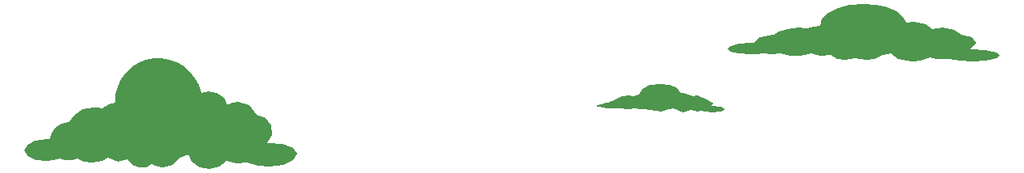
<source format=gto>
%TF.GenerationSoftware,KiCad,Pcbnew,(6.0.4-0)*%
%TF.CreationDate,2022-05-11T16:30:09-04:00*%
%TF.ProjectId,sky_base,736b795f-6261-4736-952e-6b696361645f,v02*%
%TF.SameCoordinates,Original*%
%TF.FileFunction,Legend,Top*%
%TF.FilePolarity,Positive*%
%FSLAX46Y46*%
G04 Gerber Fmt 4.6, Leading zero omitted, Abs format (unit mm)*
G04 Created by KiCad (PCBNEW (6.0.4-0)) date 2022-05-11 16:30:09*
%MOMM*%
%LPD*%
G01*
G04 APERTURE LIST*
G04 APERTURE END LIST*
%TO.C,svg2mod*%
G36*
X156369219Y-84839350D02*
G01*
X157121135Y-85186281D01*
X157498352Y-85684012D01*
X157877662Y-85642612D01*
X158793332Y-86024872D01*
X159291172Y-85950872D01*
X160224622Y-86315362D01*
X160965462Y-86733192D01*
X160669122Y-87062122D01*
X160752122Y-87062122D01*
X161716317Y-87152121D01*
X162118077Y-87373192D01*
X161714855Y-87594608D01*
X160740282Y-87687212D01*
X159626072Y-87556822D01*
X159279362Y-87580522D01*
X158639282Y-87488722D01*
X157768062Y-87687272D01*
X156733862Y-87284252D01*
X156324922Y-87370152D01*
X155495192Y-87595372D01*
X154952892Y-87512372D01*
X153740892Y-87352372D01*
X153346772Y-87405672D01*
X152780772Y-87284172D01*
X152008823Y-87405680D01*
X151236882Y-87284172D01*
X150869422Y-87322672D01*
X150421962Y-87263372D01*
X149755212Y-87322672D01*
X148641002Y-87026342D01*
X149755212Y-86730002D01*
X149930042Y-86730002D01*
X150869422Y-86306252D01*
X150922722Y-86306252D01*
X151380182Y-86045098D01*
X152155462Y-85941752D01*
X152588122Y-85971452D01*
X153213382Y-85846992D01*
X153507848Y-85272767D01*
X154281056Y-84864484D01*
X155367722Y-84709072D01*
X156369219Y-84839350D01*
G37*
G36*
X162118222Y-87373272D02*
G01*
X162118077Y-87373192D01*
X162118242Y-87373102D01*
X162118222Y-87373272D01*
G37*
G36*
X177890728Y-76453900D02*
G01*
X179051855Y-76727783D01*
X180005170Y-77149311D01*
X180694063Y-77689894D01*
X181061922Y-78320942D01*
X181859052Y-78235042D01*
X183096614Y-78454695D01*
X183785222Y-79005502D01*
X184837202Y-78857332D01*
X186070321Y-79060320D01*
X186798922Y-79592242D01*
X187904993Y-79857857D01*
X188357642Y-80436792D01*
X187738302Y-81097612D01*
X187913152Y-81097612D01*
X189370229Y-81191803D01*
X190409152Y-81420301D01*
X190805232Y-81737588D01*
X190408765Y-82057350D01*
X189367539Y-82284977D01*
X187904202Y-82371682D01*
X186720350Y-82318952D01*
X185554272Y-82107942D01*
X184828262Y-82158342D01*
X184145640Y-82115770D01*
X183476982Y-81971662D01*
X182586973Y-82289155D01*
X181645642Y-82371702D01*
X180154713Y-82135378D01*
X179470552Y-81556792D01*
X178605262Y-81731622D01*
X178584562Y-81731622D01*
X177742483Y-82088667D01*
X176833242Y-82187982D01*
X175692362Y-82022042D01*
X174684832Y-82187982D01*
X173866521Y-82087503D01*
X173140932Y-81696062D01*
X172101004Y-81789053D01*
X171128832Y-81556792D01*
X170052799Y-81776699D01*
X168960005Y-81776699D01*
X167883972Y-81556792D01*
X167107582Y-81633892D01*
X166165242Y-81515362D01*
X165467128Y-81606693D01*
X164763592Y-81633892D01*
X163580339Y-81552675D01*
X162739515Y-81339756D01*
X162419582Y-81041232D01*
X162739515Y-80742701D01*
X163580339Y-80529779D01*
X164763592Y-80448562D01*
X165128082Y-80448562D01*
X165797788Y-79838111D01*
X167107582Y-79592152D01*
X167223152Y-79592152D01*
X167771481Y-79213289D01*
X168672116Y-78953615D01*
X169813112Y-78857252D01*
X170722852Y-78919552D01*
X171375384Y-78750137D01*
X172044492Y-78667662D01*
X172044492Y-78649862D01*
X172275633Y-77925436D01*
X172919271Y-77295884D01*
X173900729Y-76799185D01*
X175145332Y-76473315D01*
X176578402Y-76356252D01*
X177890728Y-76453900D01*
G37*
G36*
X190805362Y-81737692D02*
G01*
X190805232Y-81737588D01*
X190805302Y-81737532D01*
X190805362Y-81737692D01*
G37*
G36*
X104232102Y-82174452D02*
G01*
X105020567Y-82464740D01*
X105741877Y-82895619D01*
X106371229Y-83452271D01*
X106886980Y-84115555D01*
X107271396Y-84862662D01*
X107511258Y-85667902D01*
X108348446Y-85468504D01*
X109191130Y-85643221D01*
X109880032Y-86159028D01*
X110284938Y-86918432D01*
X110781632Y-86679245D01*
X111325068Y-86586542D01*
X112560132Y-86943299D01*
X113337171Y-87967442D01*
X114270457Y-88285763D01*
X114861853Y-89074814D01*
X114905495Y-90059926D01*
X114386191Y-90898182D01*
X114561028Y-90898182D01*
X116030622Y-91014222D01*
X117087983Y-91423259D01*
X117506581Y-92039072D01*
X117506579Y-92039082D01*
X117134187Y-92681246D01*
X116109861Y-93167998D01*
X114652889Y-93393322D01*
X113440158Y-93327118D01*
X112282222Y-92960672D01*
X111225328Y-93076821D01*
X110207889Y-92768062D01*
X109401501Y-93395000D01*
X108406182Y-93624462D01*
X107338944Y-93446075D01*
X106543673Y-92900952D01*
X106171829Y-92098352D01*
X105312462Y-92483582D01*
X105291722Y-92483582D01*
X104549899Y-93175734D01*
X103572988Y-93449632D01*
X102976888Y-93383768D01*
X102423215Y-93153292D01*
X101752474Y-93477427D01*
X101007564Y-93485583D01*
X100329886Y-93176213D01*
X99848078Y-92608042D01*
X98800005Y-92847492D01*
X97818195Y-92409492D01*
X97184412Y-92784725D01*
X96215031Y-92957712D01*
X95237872Y-92857711D01*
X94576308Y-92530992D01*
X94199926Y-92659973D01*
X93805842Y-92714722D01*
X93318278Y-92672691D01*
X92854611Y-92516172D01*
X92172699Y-92725258D01*
X91464808Y-92812502D01*
X90274646Y-92695939D01*
X89420986Y-92306761D01*
X89094142Y-91727932D01*
X89402438Y-91125606D01*
X90221086Y-90674742D01*
X91390726Y-90471482D01*
X91755215Y-90471482D01*
X91960744Y-89797124D01*
X92387761Y-89236182D01*
X92983066Y-88858541D01*
X93672491Y-88711252D01*
X93788062Y-88711252D01*
X94304670Y-87940018D01*
X95186755Y-87393339D01*
X96321711Y-87161432D01*
X96782656Y-87173857D01*
X97237382Y-87250332D01*
X97856220Y-86902279D01*
X98538286Y-86705082D01*
X98538286Y-86672482D01*
X98594138Y-85834135D01*
X98803821Y-85020515D01*
X99160124Y-84259599D01*
X99650796Y-83577553D01*
X100258963Y-82997832D01*
X100963713Y-82540368D01*
X101740811Y-82220895D01*
X102563535Y-82050396D01*
X103403595Y-82034736D01*
X104232102Y-82174452D01*
G37*
%TD*%
M02*

</source>
